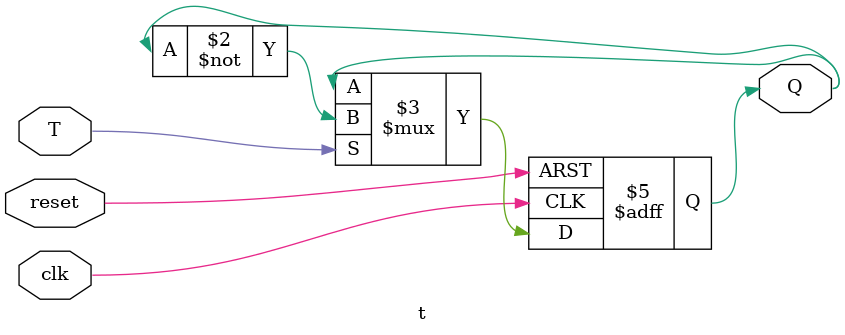
<source format=v>
`timescale 1ns / 1ps

module t(
    input wire clk,reset,T,   
    output reg Q        
    );

    always @(posedge clk or posedge reset) begin
        if (reset) begin
            Q <= 1'b0; 
        end 
        else if (T) begin
            Q <= ~Q;   // Toggle Q if T is 1
        end
    end
endmodule
</source>
